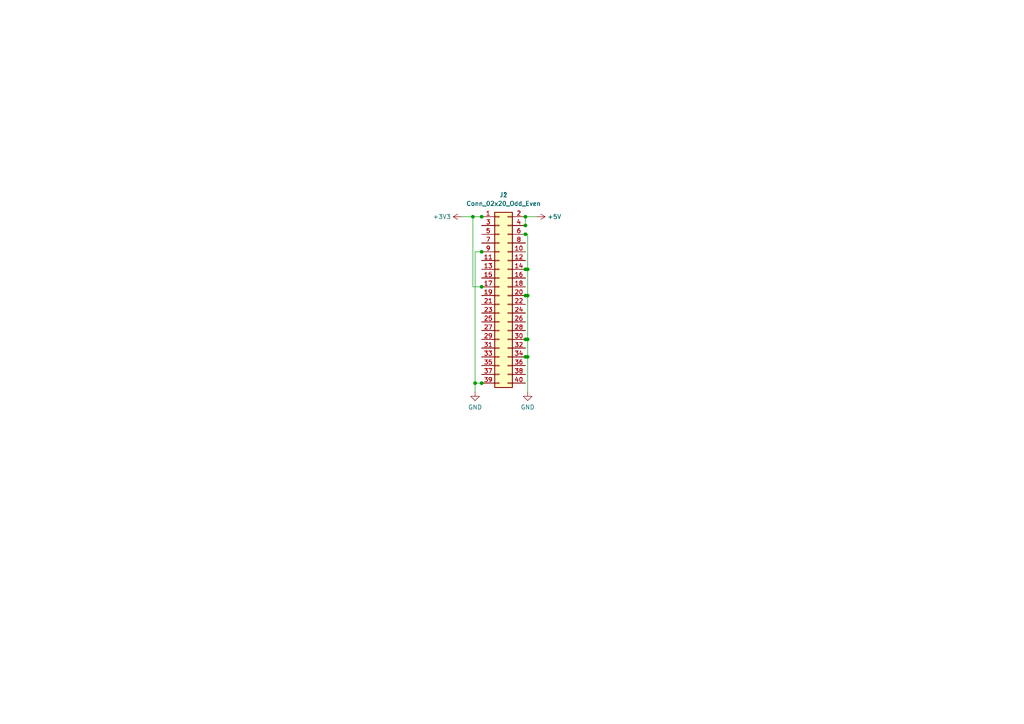
<source format=kicad_sch>
(kicad_sch (version 20211123) (generator eeschema)
  (paper "A4")
  (lib_symbols
    (symbol "Connector_Generic:Conn_02x20_Odd_Even" (pin_names (offset 1.016) hide)
      (property "Reference" "J" (at 1.27 25.4 0))
      (property "Value" "Conn_02x20_Odd_Even" (at 1.27 -27.94 0))
      (symbol "Conn_02x20_Odd_Even_1_1"
        (rectangle (start -1.27 -25.273) (end 0 -25.527) (stroke (width 0.1524)))
        (rectangle (start -1.27 -22.733) (end 0 -22.987) (stroke (width 0.1524)))
        (rectangle (start -1.27 -20.193) (end 0 -20.447) (stroke (width 0.1524)))
        (rectangle (start -1.27 -17.653) (end 0 -17.907) (stroke (width 0.1524)))
        (rectangle (start -1.27 -15.113) (end 0 -15.367) (stroke (width 0.1524)))
        (rectangle (start -1.27 -12.573) (end 0 -12.827) (stroke (width 0.1524)))
        (rectangle (start -1.27 -10.033) (end 0 -10.287) (stroke (width 0.1524)))
        (rectangle (start -1.27 -7.493) (end 0 -7.747) (stroke (width 0.1524)))
        (rectangle (start -1.27 -4.953) (end 0 -5.207) (stroke (width 0.1524)))
        (rectangle (start -1.27 -2.413) (end 0 -2.667) (stroke (width 0.1524)))
        (rectangle (start -1.27 0.127) (end 0 -0.127) (stroke (width 0.1524)))
        (rectangle (start -1.27 2.667) (end 0 2.413) (stroke (width 0.1524)))
        (rectangle (start -1.27 5.207) (end 0 4.953) (stroke (width 0.1524)))
        (rectangle (start -1.27 7.747) (end 0 7.493) (stroke (width 0.1524)))
        (rectangle (start -1.27 10.287) (end 0 10.033) (stroke (width 0.1524)))
        (rectangle (start -1.27 12.827) (end 0 12.573) (stroke (width 0.1524)))
        (rectangle (start -1.27 15.367) (end 0 15.113) (stroke (width 0.1524)))
        (rectangle (start -1.27 17.907) (end 0 17.653) (stroke (width 0.1524)))
        (rectangle (start -1.27 20.447) (end 0 20.193) (stroke (width 0.1524)))
        (rectangle (start -1.27 22.987) (end 0 22.733) (stroke (width 0.1524)))
        (rectangle (start -1.27 24.13) (end 3.81 -26.67) (stroke (width 0.254)) (fill (type background)))
        (rectangle (start 3.81 -25.273) (end 2.54 -25.527) (stroke (width 0.1524)))
        (rectangle (start 3.81 -22.733) (end 2.54 -22.987) (stroke (width 0.1524)))
        (rectangle (start 3.81 -20.193) (end 2.54 -20.447) (stroke (width 0.1524)))
        (rectangle (start 3.81 -17.653) (end 2.54 -17.907) (stroke (width 0.1524)))
        (rectangle (start 3.81 -15.113) (end 2.54 -15.367) (stroke (width 0.1524)))
        (rectangle (start 3.81 -12.573) (end 2.54 -12.827) (stroke (width 0.1524)))
        (rectangle (start 3.81 -10.033) (end 2.54 -10.287) (stroke (width 0.1524)))
        (rectangle (start 3.81 -7.493) (end 2.54 -7.747) (stroke (width 0.1524)))
        (rectangle (start 3.81 -4.953) (end 2.54 -5.207) (stroke (width 0.1524)))
        (rectangle (start 3.81 -2.413) (end 2.54 -2.667) (stroke (width 0.1524)))
        (rectangle (start 3.81 0.127) (end 2.54 -0.127) (stroke (width 0.1524)))
        (rectangle (start 3.81 2.667) (end 2.54 2.413) (stroke (width 0.1524)))
        (rectangle (start 3.81 5.207) (end 2.54 4.953) (stroke (width 0.1524)))
        (rectangle (start 3.81 7.747) (end 2.54 7.493) (stroke (width 0.1524)))
        (rectangle (start 3.81 10.287) (end 2.54 10.033) (stroke (width 0.1524)))
        (rectangle (start 3.81 12.827) (end 2.54 12.573) (stroke (width 0.1524)))
        (rectangle (start 3.81 15.367) (end 2.54 15.113) (stroke (width 0.1524)))
        (rectangle (start 3.81 17.907) (end 2.54 17.653) (stroke (width 0.1524)))
        (rectangle (start 3.81 20.447) (end 2.54 20.193) (stroke (width 0.1524)))
        (rectangle (start 3.81 22.987) (end 2.54 22.733) (stroke (width 0.1524)))
        (pin passive line (at -5.08 22.86 0) (length 3.81) (name "Pin_1") (number "1"))
        (pin passive line (at 7.62 12.7 180) (length 3.81) (name "Pin_10") (number "10"))
        (pin passive line (at -5.08 10.16 0) (length 3.81) (name "Pin_11") (number "11"))
        (pin passive line (at 7.62 10.16 180) (length 3.81) (name "Pin_12") (number "12"))
        (pin passive line (at -5.08 7.62 0) (length 3.81) (name "Pin_13") (number "13"))
        (pin passive line (at 7.62 7.62 180) (length 3.81) (name "Pin_14") (number "14"))
        (pin passive line (at -5.08 5.08 0) (length 3.81) (name "Pin_15") (number "15"))
        (pin passive line (at 7.62 5.08 180) (length 3.81) (name "Pin_16") (number "16"))
        (pin passive line (at -5.08 2.54 0) (length 3.81) (name "Pin_17") (number "17"))
        (pin passive line (at 7.62 2.54 180) (length 3.81) (name "Pin_18") (number "18"))
        (pin passive line (at -5.08 0 0) (length 3.81) (name "Pin_19") (number "19"))
        (pin passive line (at 7.62 22.86 180) (length 3.81) (name "Pin_2") (number "2"))
        (pin passive line (at 7.62 0 180) (length 3.81) (name "Pin_20") (number "20"))
        (pin passive line (at -5.08 -2.54 0) (length 3.81) (name "Pin_21") (number "21"))
        (pin passive line (at 7.62 -2.54 180) (length 3.81) (name "Pin_22") (number "22"))
        (pin passive line (at -5.08 -5.08 0) (length 3.81) (name "Pin_23") (number "23"))
        (pin passive line (at 7.62 -5.08 180) (length 3.81) (name "Pin_24") (number "24"))
        (pin passive line (at -5.08 -7.62 0) (length 3.81) (name "Pin_25") (number "25"))
        (pin passive line (at 7.62 -7.62 180) (length 3.81) (name "Pin_26") (number "26"))
        (pin passive line (at -5.08 -10.16 0) (length 3.81) (name "Pin_27") (number "27"))
        (pin passive line (at 7.62 -10.16 180) (length 3.81) (name "Pin_28") (number "28"))
        (pin passive line (at -5.08 -12.7 0) (length 3.81) (name "Pin_29") (number "29"))
        (pin passive line (at -5.08 20.32 0) (length 3.81) (name "Pin_3") (number "3"))
        (pin passive line (at 7.62 -12.7 180) (length 3.81) (name "Pin_30") (number "30"))
        (pin passive line (at -5.08 -15.24 0) (length 3.81) (name "Pin_31") (number "31"))
        (pin passive line (at 7.62 -15.24 180) (length 3.81) (name "Pin_32") (number "32"))
        (pin passive line (at -5.08 -17.78 0) (length 3.81) (name "Pin_33") (number "33"))
        (pin passive line (at 7.62 -17.78 180) (length 3.81) (name "Pin_34") (number "34"))
        (pin passive line (at -5.08 -20.32 0) (length 3.81) (name "Pin_35") (number "35"))
        (pin passive line (at 7.62 -20.32 180) (length 3.81) (name "Pin_36") (number "36"))
        (pin passive line (at -5.08 -22.86 0) (length 3.81) (name "Pin_37") (number "37"))
        (pin passive line (at 7.62 -22.86 180) (length 3.81) (name "Pin_38") (number "38"))
        (pin passive line (at -5.08 -25.4 0) (length 3.81) (name "Pin_39") (number "39"))
        (pin passive line (at 7.62 20.32 180) (length 3.81) (name "Pin_4") (number "4"))
        (pin passive line (at 7.62 -25.4 180) (length 3.81) (name "Pin_40") (number "40"))
        (pin passive line (at -5.08 17.78 0) (length 3.81) (name "Pin_5") (number "5"))
        (pin passive line (at 7.62 17.78 180) (length 3.81) (name "Pin_6") (number "6"))
        (pin passive line (at -5.08 15.24 0) (length 3.81) (name "Pin_7") (number "7"))
        (pin passive line (at 7.62 15.24 180) (length 3.81) (name "Pin_8") (number "8"))
        (pin passive line (at -5.08 12.7 0) (length 3.81) (name "Pin_9") (number "9"))
      )
    )
    (symbol "power:+3V3" (power) (pin_names (offset 0))
      (property "Value" "+3V3" (at 0 3.556 0))
      (symbol "+3V3_0_1"
        (polyline (pts (xy -0.762 1.27) (xy 0 2.54)))
        (polyline (pts (xy 0 0) (xy 0 2.54)))
        (polyline (pts (xy 0 2.54) (xy 0.762 1.27)))
      )
      (symbol "+3V3_1_1"
        (pin power_in line (at 0 0 90) (length 0) hide (name "+3V3") (number "1"))
      )
    )
    (symbol "power:+5V" (power) (pin_names (offset 0))
      (property "Value" "+5V" (at 0 3.556 0))
      (symbol "+5V_0_1"
        (polyline (pts (xy -0.762 1.27) (xy 0 2.54)))
        (polyline (pts (xy 0 0) (xy 0 2.54)))
        (polyline (pts (xy 0 2.54) (xy 0.762 1.27)))
      )
      (symbol "+5V_1_1"
        (pin power_in line (at 0 0 90) (length 0) hide (name "+5V") (number "1"))
      )
    )
    (symbol "power:GND" (power) (pin_names (offset 0))
      (property "Value" "GND" (at 0 -3.81 0))
      (symbol "GND_0_1"
        (polyline (pts (xy 0 0) (xy 0 -1.27) (xy 1.27 -1.27) (xy 0 -2.54) (xy -1.27 -1.27) (xy 0 -1.27)))
      )
      (symbol "GND_1_1"
        (pin power_in line (at 0 0 270) (length 0) hide (name "GND") (number "1"))
      )
    )
  )
  (junction (at 152.4 85.725))
  (junction (at 153.035 103.505))
  (junction (at 137.16 62.865))
  (junction (at 152.4 65.405))
  (junction (at 153.035 98.425))
  (junction (at 152.4 67.945))
  (junction (at 139.7 73.025))
  (junction (at 152.4 98.425))
  (junction (at 153.035 78.105))
  (junction (at 152.4 78.105))
  (junction (at 139.7 111.125))
  (junction (at 137.795 111.125))
  (junction (at 153.035 85.725))
  (junction (at 139.7 62.865))
  (junction (at 152.4 103.505))
  (junction (at 152.4 62.865))
  (junction (at 139.7 83.185))
  (wire (pts (xy 137.16 62.865) (xy 137.16 83.185)))
  (wire (pts (xy 153.035 98.425) (xy 153.035 103.505)))
  (wire (pts (xy 137.795 73.025) (xy 137.795 111.125)))
  (wire (pts (xy 152.4 62.865) (xy 152.4 65.405)))
  (wire (pts (xy 137.795 111.125) (xy 137.795 113.665)))
  (wire (pts (xy 139.7 73.025) (xy 137.795 73.025)))
  (wire (pts (xy 152.4 62.865) (xy 155.575 62.865)))
  (wire (pts (xy 152.4 85.725) (xy 153.035 85.725)))
  (wire (pts (xy 153.035 85.725) (xy 153.035 98.425)))
  (wire (pts (xy 153.035 103.505) (xy 152.4 103.505)))
  (wire (pts (xy 137.16 83.185) (xy 139.7 83.185)))
  (wire (pts (xy 133.985 62.865) (xy 137.16 62.865)))
  (wire (pts (xy 152.4 67.945) (xy 153.035 67.945)))
  (wire (pts (xy 153.035 103.505) (xy 153.035 113.665)))
  (wire (pts (xy 152.4 78.105) (xy 153.035 78.105)))
  (wire (pts (xy 152.4 98.425) (xy 153.035 98.425)))
  (wire (pts (xy 153.035 78.105) (xy 153.035 85.725)))
  (wire (pts (xy 139.7 62.865) (xy 137.16 62.865)))
  (wire (pts (xy 153.035 67.945) (xy 153.035 78.105)))
  (wire (pts (xy 137.795 111.125) (xy 139.7 111.125)))
  (symbol (lib_id "Connector_Generic:Conn_02x20_Odd_Even") (at 144.78 85.725 0) (unit 1)
    (property "Reference" "J1" (at 146.05 56.515 0))
    (property "Value" "Conn_02x20_Odd_Even" (at 146.05 59.055 0))
    (property "Footprint" "greencharge-footprints:5019514000" (effects hide))
  )
  (symbol (lib_id "power:+3V3") (at 133.985 62.865 90) (unit 1)
    (property "Reference" "#PWR?" (effects hide))
    (property "Value" "+3V3" (at 130.81 62.8649 90) (effects (justify left)))
  )
  (symbol (lib_id "power:+5V") (at 155.575 62.865 270) (unit 1)
    (property "Reference" "#PWR?" (effects hide))
    (property "Value" "+5V" (at 158.75 62.8649 90) (effects (justify left)))
  )
  (symbol (lib_id "Connector_Generic:Conn_02x20_Odd_Even") (at 144.78 85.725 0) (unit 1)
    (property "Reference" "J2" (at 146.05 56.515 0))
    (property "Value" "Conn_02x20_Odd_Even" (at 146.05 59.055 0))
    (property "Footprint" "Connector_PinSocket_2.54mm:PinSocket_2x20_P2.54mm_Vertical" (effects hide))
  )
  (symbol (lib_id "power:GND") (at 153.035 113.665 0) (unit 1)
    (property "Reference" "#PWR?" (effects hide))
    (property "Value" "GND" (at 153.035 118.11 0))
  )
  (symbol (lib_id "power:GND") (at 137.795 113.665 0) (unit 1)
    (property "Reference" "#PWR?" (effects hide))
    (property "Value" "GND" (at 137.795 118.11 0))
  )
)
</source>
